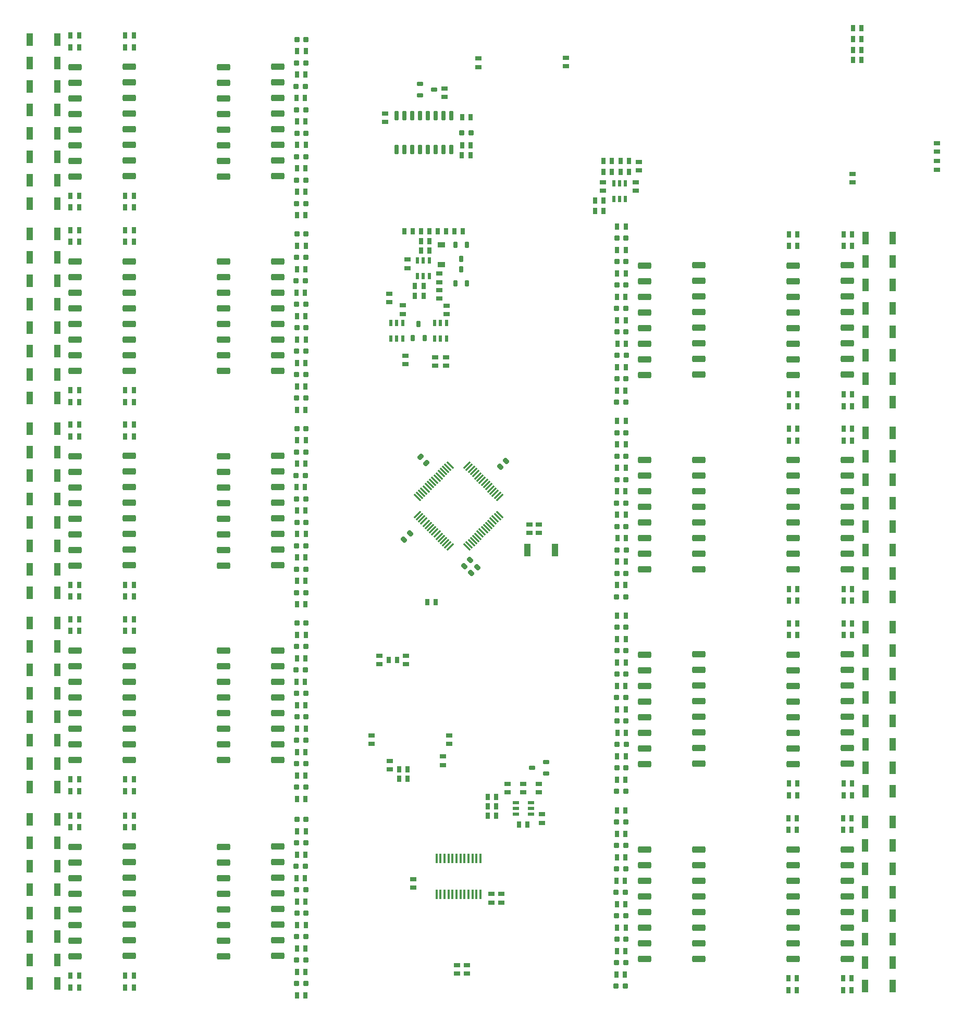
<source format=gtp>
G04*
G04 #@! TF.GenerationSoftware,Altium Limited,Altium Designer,25.8.1 (18)*
G04*
G04 Layer_Color=8421504*
%FSLAX44Y44*%
%MOMM*%
G71*
G04*
G04 #@! TF.SameCoordinates,F625E077-19EE-4E80-AD8A-59A8E9CBE096*
G04*
G04*
G04 #@! TF.FilePolarity,Positive*
G04*
G01*
G75*
G04:AMPARAMS|DCode=29|XSize=0.72mm|YSize=0.99mm|CornerRadius=0.09mm|HoleSize=0mm|Usage=FLASHONLY|Rotation=0.000|XOffset=0mm|YOffset=0mm|HoleType=Round|Shape=RoundedRectangle|*
%AMROUNDEDRECTD29*
21,1,0.7200,0.8100,0,0,0.0*
21,1,0.5400,0.9900,0,0,0.0*
1,1,0.1800,0.2700,-0.4050*
1,1,0.1800,-0.2700,-0.4050*
1,1,0.1800,-0.2700,0.4050*
1,1,0.1800,0.2700,0.4050*
%
%ADD29ROUNDEDRECTD29*%
G04:AMPARAMS|DCode=30|XSize=0.72mm|YSize=0.99mm|CornerRadius=0.09mm|HoleSize=0mm|Usage=FLASHONLY|Rotation=90.000|XOffset=0mm|YOffset=0mm|HoleType=Round|Shape=RoundedRectangle|*
%AMROUNDEDRECTD30*
21,1,0.7200,0.8100,0,0,90.0*
21,1,0.5400,0.9900,0,0,90.0*
1,1,0.1800,0.4050,0.2700*
1,1,0.1800,0.4050,-0.2700*
1,1,0.1800,-0.4050,-0.2700*
1,1,0.1800,-0.4050,0.2700*
%
%ADD30ROUNDEDRECTD30*%
G04:AMPARAMS|DCode=31|XSize=1mm|YSize=0.6mm|CornerRadius=0.075mm|HoleSize=0mm|Usage=FLASHONLY|Rotation=270.000|XOffset=0mm|YOffset=0mm|HoleType=Round|Shape=RoundedRectangle|*
%AMROUNDEDRECTD31*
21,1,1.0000,0.4500,0,0,270.0*
21,1,0.8500,0.6000,0,0,270.0*
1,1,0.1500,-0.2250,-0.4250*
1,1,0.1500,-0.2250,0.4250*
1,1,0.1500,0.2250,0.4250*
1,1,0.1500,0.2250,-0.4250*
%
%ADD31ROUNDEDRECTD31*%
G04:AMPARAMS|DCode=32|XSize=1.2mm|YSize=0.9mm|CornerRadius=0.1125mm|HoleSize=0mm|Usage=FLASHONLY|Rotation=0.000|XOffset=0mm|YOffset=0mm|HoleType=Round|Shape=RoundedRectangle|*
%AMROUNDEDRECTD32*
21,1,1.2000,0.6750,0,0,0.0*
21,1,0.9750,0.9000,0,0,0.0*
1,1,0.2250,0.4875,-0.3375*
1,1,0.2250,-0.4875,-0.3375*
1,1,0.2250,-0.4875,0.3375*
1,1,0.2250,0.4875,0.3375*
%
%ADD32ROUNDEDRECTD32*%
G04:AMPARAMS|DCode=33|XSize=0.3mm|YSize=1.5mm|CornerRadius=0.0375mm|HoleSize=0mm|Usage=FLASHONLY|Rotation=315.000|XOffset=0mm|YOffset=0mm|HoleType=Round|Shape=RoundedRectangle|*
%AMROUNDEDRECTD33*
21,1,0.3000,1.4250,0,0,315.0*
21,1,0.2250,1.5000,0,0,315.0*
1,1,0.0750,-0.4243,-0.5834*
1,1,0.0750,-0.5834,-0.4243*
1,1,0.0750,0.4243,0.5834*
1,1,0.0750,0.5834,0.4243*
%
%ADD33ROUNDEDRECTD33*%
G04:AMPARAMS|DCode=34|XSize=0.3mm|YSize=1.5mm|CornerRadius=0.0375mm|HoleSize=0mm|Usage=FLASHONLY|Rotation=45.000|XOffset=0mm|YOffset=0mm|HoleType=Round|Shape=RoundedRectangle|*
%AMROUNDEDRECTD34*
21,1,0.3000,1.4250,0,0,45.0*
21,1,0.2250,1.5000,0,0,45.0*
1,1,0.0750,0.5834,-0.4243*
1,1,0.0750,0.4243,-0.5834*
1,1,0.0750,-0.5834,0.4243*
1,1,0.0750,-0.4243,0.5834*
%
%ADD34ROUNDEDRECTD34*%
G04:AMPARAMS|DCode=35|XSize=1mm|YSize=0.6mm|CornerRadius=0.075mm|HoleSize=0mm|Usage=FLASHONLY|Rotation=180.000|XOffset=0mm|YOffset=0mm|HoleType=Round|Shape=RoundedRectangle|*
%AMROUNDEDRECTD35*
21,1,1.0000,0.4500,0,0,180.0*
21,1,0.8500,0.6000,0,0,180.0*
1,1,0.1500,-0.4250,0.2250*
1,1,0.1500,0.4250,0.2250*
1,1,0.1500,0.4250,-0.2250*
1,1,0.1500,-0.4250,-0.2250*
%
%ADD35ROUNDEDRECTD35*%
G04:AMPARAMS|DCode=36|XSize=2mm|YSize=1.05mm|CornerRadius=0.05mm|HoleSize=0mm|Usage=FLASHONLY|Rotation=90.000|XOffset=0mm|YOffset=0mm|HoleType=Round|Shape=RoundedRectangle|*
%AMROUNDEDRECTD36*
21,1,2.0000,0.9500,0,0,90.0*
21,1,1.9000,1.0500,0,0,90.0*
1,1,0.1000,0.4750,0.9500*
1,1,0.1000,0.4750,-0.9500*
1,1,0.1000,-0.4750,-0.9500*
1,1,0.1000,-0.4750,0.9500*
%
%ADD36ROUNDEDRECTD36*%
G04:AMPARAMS|DCode=37|XSize=1.45mm|YSize=0.396mm|CornerRadius=0.0495mm|HoleSize=0mm|Usage=FLASHONLY|Rotation=270.000|XOffset=0mm|YOffset=0mm|HoleType=Round|Shape=RoundedRectangle|*
%AMROUNDEDRECTD37*
21,1,1.4500,0.2970,0,0,270.0*
21,1,1.3510,0.3960,0,0,270.0*
1,1,0.0990,-0.1485,-0.6755*
1,1,0.0990,-0.1485,0.6755*
1,1,0.0990,0.1485,0.6755*
1,1,0.0990,0.1485,-0.6755*
%
%ADD37ROUNDEDRECTD37*%
G04:AMPARAMS|DCode=38|XSize=2.2mm|YSize=1.1mm|CornerRadius=0.275mm|HoleSize=0mm|Usage=FLASHONLY|Rotation=0.000|XOffset=0mm|YOffset=0mm|HoleType=Round|Shape=RoundedRectangle|*
%AMROUNDEDRECTD38*
21,1,2.2000,0.5500,0,0,0.0*
21,1,1.6500,1.1000,0,0,0.0*
1,1,0.5500,0.8250,-0.2750*
1,1,0.5500,-0.8250,-0.2750*
1,1,0.5500,-0.8250,0.2750*
1,1,0.5500,0.8250,0.2750*
%
%ADD38ROUNDEDRECTD38*%
G04:AMPARAMS|DCode=39|XSize=0.8mm|YSize=0.8mm|CornerRadius=0.05mm|HoleSize=0mm|Usage=FLASHONLY|Rotation=180.000|XOffset=0mm|YOffset=0mm|HoleType=Round|Shape=RoundedRectangle|*
%AMROUNDEDRECTD39*
21,1,0.8000,0.7000,0,0,180.0*
21,1,0.7000,0.8000,0,0,180.0*
1,1,0.1000,-0.3500,0.3500*
1,1,0.1000,0.3500,0.3500*
1,1,0.1000,0.3500,-0.3500*
1,1,0.1000,-0.3500,-0.3500*
%
%ADD39ROUNDEDRECTD39*%
G04:AMPARAMS|DCode=40|XSize=0.72mm|YSize=0.99mm|CornerRadius=0.09mm|HoleSize=0mm|Usage=FLASHONLY|Rotation=225.000|XOffset=0mm|YOffset=0mm|HoleType=Round|Shape=RoundedRectangle|*
%AMROUNDEDRECTD40*
21,1,0.7200,0.8100,0,0,225.0*
21,1,0.5400,0.9900,0,0,225.0*
1,1,0.1800,-0.4773,0.0955*
1,1,0.1800,-0.0955,0.4773*
1,1,0.1800,0.4773,-0.0955*
1,1,0.1800,0.0955,-0.4773*
%
%ADD40ROUNDEDRECTD40*%
G04:AMPARAMS|DCode=41|XSize=0.72mm|YSize=0.99mm|CornerRadius=0.09mm|HoleSize=0mm|Usage=FLASHONLY|Rotation=135.000|XOffset=0mm|YOffset=0mm|HoleType=Round|Shape=RoundedRectangle|*
%AMROUNDEDRECTD41*
21,1,0.7200,0.8100,0,0,135.0*
21,1,0.5400,0.9900,0,0,135.0*
1,1,0.1800,0.0955,0.4773*
1,1,0.1800,0.4773,0.0955*
1,1,0.1800,-0.0955,-0.4773*
1,1,0.1800,-0.4773,-0.0955*
%
%ADD41ROUNDEDRECTD41*%
G04:AMPARAMS|DCode=42|XSize=1.05mm|YSize=0.55mm|CornerRadius=0.0688mm|HoleSize=0mm|Usage=FLASHONLY|Rotation=90.000|XOffset=0mm|YOffset=0mm|HoleType=Round|Shape=RoundedRectangle|*
%AMROUNDEDRECTD42*
21,1,1.0500,0.4125,0,0,90.0*
21,1,0.9125,0.5500,0,0,90.0*
1,1,0.1375,0.2063,0.4563*
1,1,0.1375,0.2063,-0.4563*
1,1,0.1375,-0.2063,-0.4563*
1,1,0.1375,-0.2063,0.4563*
%
%ADD42ROUNDEDRECTD42*%
G04:AMPARAMS|DCode=43|XSize=0.6mm|YSize=1.45mm|CornerRadius=0.075mm|HoleSize=0mm|Usage=FLASHONLY|Rotation=0.000|XOffset=0mm|YOffset=0mm|HoleType=Round|Shape=RoundedRectangle|*
%AMROUNDEDRECTD43*
21,1,0.6000,1.3000,0,0,0.0*
21,1,0.4500,1.4500,0,0,0.0*
1,1,0.1500,0.2250,-0.6500*
1,1,0.1500,-0.2250,-0.6500*
1,1,0.1500,-0.2250,0.6500*
1,1,0.1500,0.2250,0.6500*
%
%ADD43ROUNDEDRECTD43*%
G04:AMPARAMS|DCode=44|XSize=1.05mm|YSize=0.55mm|CornerRadius=0.0688mm|HoleSize=0mm|Usage=FLASHONLY|Rotation=0.000|XOffset=0mm|YOffset=0mm|HoleType=Round|Shape=RoundedRectangle|*
%AMROUNDEDRECTD44*
21,1,1.0500,0.4125,0,0,0.0*
21,1,0.9125,0.5500,0,0,0.0*
1,1,0.1375,0.4563,-0.2063*
1,1,0.1375,-0.4563,-0.2063*
1,1,0.1375,-0.4563,0.2063*
1,1,0.1375,0.4563,0.2063*
%
%ADD44ROUNDEDRECTD44*%
D29*
X376900Y-553250D02*
D03*
X363100D02*
D03*
X352850Y17750D02*
D03*
X366650D02*
D03*
X352850Y33500D02*
D03*
X366650D02*
D03*
X343350Y-39750D02*
D03*
X357150D02*
D03*
X339900Y49500D02*
D03*
X326100D02*
D03*
X394150Y49250D02*
D03*
X380350D02*
D03*
X407350D02*
D03*
X421150D02*
D03*
X461600Y-870500D02*
D03*
X475400D02*
D03*
X461600Y-885500D02*
D03*
X475400D02*
D03*
X461600Y-900500D02*
D03*
X475400D02*
D03*
X314240Y-647700D02*
D03*
X300440D02*
D03*
X677630Y163630D02*
D03*
X691430D02*
D03*
X663490D02*
D03*
X649690D02*
D03*
X1039069Y-1165260D02*
D03*
X1052869D02*
D03*
X1039069Y-1184310D02*
D03*
X1052869Y-1184310D02*
D03*
X963969Y-1184310D02*
D03*
X950169D02*
D03*
X963969Y-1165260D02*
D03*
X950169D02*
D03*
X963969Y-923960D02*
D03*
X950169D02*
D03*
X963969Y-904910D02*
D03*
X950169D02*
D03*
X1039069D02*
D03*
X1052869D02*
D03*
X1039069Y-923960D02*
D03*
X1052869D02*
D03*
X684568Y-1158911D02*
D03*
X670768D02*
D03*
X685118Y-1120811D02*
D03*
X671318Y-1120811D02*
D03*
X685668Y-1082711D02*
D03*
X671868D02*
D03*
X685118Y-1044611D02*
D03*
X671318D02*
D03*
X684568Y-1006511D02*
D03*
X670768D02*
D03*
X685118Y-968411D02*
D03*
X671318D02*
D03*
X685118Y-930311D02*
D03*
X671318D02*
D03*
X685118Y-892211D02*
D03*
X671318Y-892211D02*
D03*
X-202611Y-919480D02*
D03*
X-216411D02*
D03*
X-202611Y-900430D02*
D03*
X-216411Y-900430D02*
D03*
X-127511D02*
D03*
X-113711D02*
D03*
X-127511Y-919480D02*
D03*
X-113711D02*
D03*
X-127511Y-1160780D02*
D03*
X-113711Y-1160780D02*
D03*
X-127511Y-1179830D02*
D03*
X-113711D02*
D03*
X-202611D02*
D03*
X-216411D02*
D03*
X-202611Y-1160780D02*
D03*
X-216411Y-1160780D02*
D03*
X151890Y-925829D02*
D03*
X165690D02*
D03*
X151340Y-963929D02*
D03*
X165140D02*
D03*
X150790Y-1002029D02*
D03*
X164590D02*
D03*
X151340Y-1040129D02*
D03*
X165140D02*
D03*
X151890Y-1078229D02*
D03*
X165690D02*
D03*
X151340Y-1116329D02*
D03*
X165140Y-1116329D02*
D03*
X151340Y-1154429D02*
D03*
X165140D02*
D03*
X151340Y-1192529D02*
D03*
X165140D02*
D03*
X151460Y75051D02*
D03*
X165260D02*
D03*
X151460Y151251D02*
D03*
X165260Y151251D02*
D03*
X152010Y341751D02*
D03*
X165810D02*
D03*
X151460Y303651D02*
D03*
X165260D02*
D03*
X151460Y227451D02*
D03*
X165260D02*
D03*
X151460Y113151D02*
D03*
X165260D02*
D03*
X152010Y189351D02*
D03*
X165810D02*
D03*
X150910Y265551D02*
D03*
X164710D02*
D03*
X152049Y-290709D02*
D03*
X165849D02*
D03*
X-202491Y50920D02*
D03*
X-216291D02*
D03*
X152010Y-126879D02*
D03*
X165810D02*
D03*
X-202491Y348100D02*
D03*
X-216291Y348100D02*
D03*
X152010Y25521D02*
D03*
X165810D02*
D03*
X150949Y-366909D02*
D03*
X164749D02*
D03*
X-127391Y-209430D02*
D03*
X-113591D02*
D03*
X151460Y-203079D02*
D03*
X165260D02*
D03*
X151499Y-557409D02*
D03*
X165299D02*
D03*
X-127391Y106800D02*
D03*
X-113591D02*
D03*
X151499Y-328809D02*
D03*
X165299D02*
D03*
X151460Y-12579D02*
D03*
X165260Y-12579D02*
D03*
X-127391Y367150D02*
D03*
X-113591D02*
D03*
X151499Y-481209D02*
D03*
X165299D02*
D03*
X-202491Y-209430D02*
D03*
X-216291D02*
D03*
X-202452Y-525660D02*
D03*
X-216252D02*
D03*
X151460Y-164979D02*
D03*
X165260D02*
D03*
X151499Y-519309D02*
D03*
X165299D02*
D03*
X151460Y-88779D02*
D03*
X165260D02*
D03*
X-127391Y50920D02*
D03*
X-113591D02*
D03*
X150910Y-50679D02*
D03*
X164710D02*
D03*
X151499Y-405009D02*
D03*
X165299D02*
D03*
X-202452Y-544710D02*
D03*
X-216252D02*
D03*
X-127391Y-228480D02*
D03*
X-113591D02*
D03*
X-202491D02*
D03*
X-216291D02*
D03*
X-127391Y348100D02*
D03*
X-113591D02*
D03*
X-202491Y106800D02*
D03*
X-216291Y106800D02*
D03*
X-202491Y31870D02*
D03*
X-216291Y31870D02*
D03*
X-202491Y87750D02*
D03*
X-216291D02*
D03*
X152049Y-443109D02*
D03*
X165849Y-443109D02*
D03*
X151460Y-241179D02*
D03*
X165260D02*
D03*
X-202491Y367150D02*
D03*
X-216291D02*
D03*
X-127391Y87750D02*
D03*
X-113591D02*
D03*
X-127391Y31870D02*
D03*
X-113591D02*
D03*
X-202491Y-600590D02*
D03*
X-216291Y-600590D02*
D03*
X-127391Y-841890D02*
D03*
X-113591D02*
D03*
X-127391Y-600590D02*
D03*
X-113591D02*
D03*
X-202491Y-860940D02*
D03*
X-216291D02*
D03*
X685118Y-689611D02*
D03*
X671318D02*
D03*
X685668Y-651511D02*
D03*
X671868D02*
D03*
X-202491Y-841890D02*
D03*
X-216291D02*
D03*
X685668Y-727711D02*
D03*
X671868D02*
D03*
X-127391Y-860940D02*
D03*
X-113591D02*
D03*
X685668Y-803911D02*
D03*
X671868D02*
D03*
X685118Y-842011D02*
D03*
X671318D02*
D03*
X-202491Y-581540D02*
D03*
X-216291D02*
D03*
X685668Y-613411D02*
D03*
X671868D02*
D03*
X685668Y-575311D02*
D03*
X671868D02*
D03*
X-127391Y-581540D02*
D03*
X-113591D02*
D03*
X686218Y-765811D02*
D03*
X672418D02*
D03*
X677630Y145850D02*
D03*
X691430D02*
D03*
X635720Y99060D02*
D03*
X649520D02*
D03*
X343350Y-55750D02*
D03*
X357150D02*
D03*
X635720Y82550D02*
D03*
X649520D02*
D03*
X419820Y234950D02*
D03*
X433620D02*
D03*
X1054820Y327660D02*
D03*
X1068620D02*
D03*
X512530Y-915379D02*
D03*
X526330D02*
D03*
X1054820Y344170D02*
D03*
X1068620D02*
D03*
Y361950D02*
D03*
X1054820D02*
D03*
X331210Y-840810D02*
D03*
X317410D02*
D03*
X433400Y172500D02*
D03*
X419600D02*
D03*
X1068620Y379730D02*
D03*
X1054820D02*
D03*
X352850Y49250D02*
D03*
X366650D02*
D03*
X331210Y-825570D02*
D03*
X317410D02*
D03*
X663490Y145850D02*
D03*
X649690D02*
D03*
X433650Y189000D02*
D03*
X419850D02*
D03*
X1039619Y-532130D02*
D03*
X1053419D02*
D03*
X1039619Y-551180D02*
D03*
X1053419D02*
D03*
X685668Y-487681D02*
D03*
X671868D02*
D03*
X964519Y-290830D02*
D03*
X950719D02*
D03*
X964519Y-234950D02*
D03*
X950719D02*
D03*
X685118Y-209551D02*
D03*
X671318D02*
D03*
X964519Y-215900D02*
D03*
X950719D02*
D03*
X964519Y-551180D02*
D03*
X950719D02*
D03*
X1039619Y-290830D02*
D03*
X1053419D02*
D03*
X964519Y25400D02*
D03*
X950719D02*
D03*
X1039619Y44450D02*
D03*
X1053419D02*
D03*
X1039619Y-215900D02*
D03*
X1053419D02*
D03*
X685118Y-525781D02*
D03*
X671318D02*
D03*
X685668Y-411481D02*
D03*
X671868D02*
D03*
X1039619Y-271780D02*
D03*
X1053419D02*
D03*
X685668Y-297181D02*
D03*
X671868D02*
D03*
X964519Y-588010D02*
D03*
X950719D02*
D03*
X1039619Y-867410D02*
D03*
X1053419D02*
D03*
X1039619Y-848360D02*
D03*
X1053419D02*
D03*
X685668Y-19051D02*
D03*
X671868D02*
D03*
X685668Y-95251D02*
D03*
X671868D02*
D03*
X1039619Y-588010D02*
D03*
X1053419D02*
D03*
X686218Y-133351D02*
D03*
X672418D02*
D03*
X685668Y19049D02*
D03*
X671868D02*
D03*
X686218Y-449581D02*
D03*
X672418D02*
D03*
X1039619Y-607060D02*
D03*
X1053419D02*
D03*
X685118Y-57151D02*
D03*
X671318D02*
D03*
X964519Y44450D02*
D03*
X950719D02*
D03*
X685118Y-373381D02*
D03*
X671318D02*
D03*
X964519Y-867410D02*
D03*
X950719D02*
D03*
X964519Y-532130D02*
D03*
X950719D02*
D03*
X1039619Y-234950D02*
D03*
X1053419D02*
D03*
X964519Y-607060D02*
D03*
X950719D02*
D03*
X964519Y-271780D02*
D03*
X950719D02*
D03*
X685668Y-335281D02*
D03*
X671868D02*
D03*
X964519Y-848360D02*
D03*
X950719D02*
D03*
X685668Y57149D02*
D03*
X671868D02*
D03*
X685668Y-171451D02*
D03*
X671868D02*
D03*
X685668Y-259081D02*
D03*
X671868D02*
D03*
X1039619Y25400D02*
D03*
X1053419D02*
D03*
X-127352Y-544710D02*
D03*
X-113552D02*
D03*
X152010Y-759339D02*
D03*
X165810D02*
D03*
X150910Y-683139D02*
D03*
X164710D02*
D03*
X152010Y-606939D02*
D03*
X165810D02*
D03*
X-202452Y-284360D02*
D03*
X-216252D02*
D03*
X151460Y-721239D02*
D03*
X165260D02*
D03*
X-202452Y-265310D02*
D03*
X-216252D02*
D03*
X151460Y-835539D02*
D03*
X165260D02*
D03*
X-127352Y-265310D02*
D03*
X-113552D02*
D03*
X151460Y-797439D02*
D03*
X165260D02*
D03*
X151460Y-645039D02*
D03*
X165260Y-645039D02*
D03*
X-127352Y-284360D02*
D03*
X-113552D02*
D03*
X-127352Y-525660D02*
D03*
X-113552D02*
D03*
X151460Y-873639D02*
D03*
X165260D02*
D03*
D30*
X383000Y-19600D02*
D03*
Y-33400D02*
D03*
Y-60400D02*
D03*
Y-46600D02*
D03*
X331500Y3150D02*
D03*
Y-10650D02*
D03*
X446000Y329900D02*
D03*
Y316100D02*
D03*
X588500Y331150D02*
D03*
Y317350D02*
D03*
X1054250Y128850D02*
D03*
Y142650D02*
D03*
X273050Y-770340D02*
D03*
Y-784140D02*
D03*
X398780Y-784140D02*
D03*
Y-770340D02*
D03*
X328930Y-654600D02*
D03*
Y-640800D02*
D03*
X285750Y-640800D02*
D03*
Y-654600D02*
D03*
X549910Y-898610D02*
D03*
Y-912410D02*
D03*
X327590Y-167150D02*
D03*
Y-153350D02*
D03*
X394900Y-71520D02*
D03*
Y-85320D02*
D03*
X294640Y240580D02*
D03*
Y226780D02*
D03*
X707390Y161640D02*
D03*
Y147840D02*
D03*
X529250Y-427350D02*
D03*
Y-441150D02*
D03*
X519430Y-849080D02*
D03*
Y-862880D02*
D03*
X648970Y128620D02*
D03*
X648970Y114820D02*
D03*
X483870Y-1041950D02*
D03*
Y-1028150D02*
D03*
X340360Y-1004020D02*
D03*
Y-1017820D02*
D03*
X1191260Y163110D02*
D03*
Y149310D02*
D03*
X494030Y-862880D02*
D03*
Y-849080D02*
D03*
X544790Y-427370D02*
D03*
Y-441170D02*
D03*
X391160Y281220D02*
D03*
Y267420D02*
D03*
X323500Y-71350D02*
D03*
Y-85150D02*
D03*
X427990Y-1157520D02*
D03*
Y-1143720D02*
D03*
X411480Y-1157520D02*
D03*
Y-1143720D02*
D03*
X702310Y128620D02*
D03*
Y114820D02*
D03*
X301750Y-65900D02*
D03*
Y-52100D02*
D03*
X393429Y-169650D02*
D03*
Y-155850D02*
D03*
X302250Y-811850D02*
D03*
Y-825650D02*
D03*
X375649Y-169650D02*
D03*
Y-155850D02*
D03*
X544830Y-862880D02*
D03*
Y-849080D02*
D03*
X467320Y-1041950D02*
D03*
Y-1028150D02*
D03*
X1191260Y178520D02*
D03*
Y192320D02*
D03*
X388620Y-818430D02*
D03*
Y-804630D02*
D03*
D31*
X428000Y27000D02*
D03*
X409000D02*
D03*
X418500Y4000D02*
D03*
X409000Y-35750D02*
D03*
X428000D02*
D03*
X418500Y-12750D02*
D03*
X339720Y-124210D02*
D03*
X358720D02*
D03*
X349220Y-101210D02*
D03*
D32*
X386500Y-5350D02*
D03*
Y27350D02*
D03*
D33*
X427848Y-330688D02*
D03*
X431383Y-334224D02*
D03*
X434919Y-337760D02*
D03*
X438454Y-341295D02*
D03*
X441990Y-344831D02*
D03*
X445525Y-348366D02*
D03*
X449061Y-351902D02*
D03*
X452596Y-355437D02*
D03*
X456132Y-358973D02*
D03*
X459667Y-362508D02*
D03*
X463203Y-366044D02*
D03*
X466738Y-369579D02*
D03*
X470274Y-373115D02*
D03*
X473810Y-376650D02*
D03*
X477345Y-380186D02*
D03*
X480881Y-383722D02*
D03*
X400270Y-464332D02*
D03*
X396735Y-460796D02*
D03*
X393199Y-457261D02*
D03*
X389664Y-453725D02*
D03*
X386128Y-450190D02*
D03*
X382593Y-446654D02*
D03*
X379057Y-443118D02*
D03*
X375522Y-439583D02*
D03*
X371986Y-436047D02*
D03*
X368451Y-432512D02*
D03*
X364915Y-428976D02*
D03*
X361380Y-425441D02*
D03*
X357844Y-421905D02*
D03*
X354308Y-418370D02*
D03*
X350773Y-414834D02*
D03*
X347237Y-411299D02*
D03*
D34*
X480881Y-411298D02*
D03*
X477345Y-414834D02*
D03*
X473810Y-418370D02*
D03*
X470274Y-421905D02*
D03*
X466738Y-425441D02*
D03*
X463203Y-428976D02*
D03*
X459667Y-432512D02*
D03*
X456132Y-436047D02*
D03*
X452596Y-439583D02*
D03*
X449061Y-443118D02*
D03*
X445525Y-446654D02*
D03*
X441990Y-450189D02*
D03*
X438454Y-453725D02*
D03*
X434919Y-457261D02*
D03*
X431383Y-460796D02*
D03*
X427848Y-464332D02*
D03*
X347237Y-383721D02*
D03*
X350773Y-380186D02*
D03*
X354308Y-376650D02*
D03*
X357844Y-373115D02*
D03*
X361380Y-369579D02*
D03*
X364915Y-366044D02*
D03*
X368451Y-362508D02*
D03*
X371986Y-358973D02*
D03*
X375522Y-355437D02*
D03*
X379057Y-351902D02*
D03*
X382593Y-348366D02*
D03*
X386128Y-344831D02*
D03*
X389664Y-341295D02*
D03*
X393199Y-337760D02*
D03*
X396735Y-334224D02*
D03*
X400270Y-330688D02*
D03*
D35*
X556330Y-832460D02*
D03*
Y-813460D02*
D03*
X533330Y-822960D02*
D03*
X351720Y288900D02*
D03*
Y269900D02*
D03*
X374720Y279400D02*
D03*
D36*
X570750Y-468750D02*
D03*
X526250D02*
D03*
X1074519Y-1063660D02*
D03*
X1119019D02*
D03*
X1119019Y-1025560D02*
D03*
X1074519Y-1025560D02*
D03*
X1074519Y-1101760D02*
D03*
X1119019D02*
D03*
X1119019Y-987460D02*
D03*
X1074519Y-987460D02*
D03*
X1074519Y-1139860D02*
D03*
X1119019D02*
D03*
X1119019Y-949360D02*
D03*
X1074519D02*
D03*
X1074519Y-1177960D02*
D03*
X1119019D02*
D03*
X1119019Y-911260D02*
D03*
X1074519D02*
D03*
X-238061Y-1021080D02*
D03*
X-282561Y-1021080D02*
D03*
X-282561Y-1059180D02*
D03*
X-238061D02*
D03*
X-238061Y-982980D02*
D03*
X-282561Y-982980D02*
D03*
X-282561Y-1097280D02*
D03*
X-238061Y-1097280D02*
D03*
X-238061Y-944880D02*
D03*
X-282561D02*
D03*
X-282561Y-1135380D02*
D03*
X-238061Y-1135380D02*
D03*
X-238061Y-906780D02*
D03*
X-282561D02*
D03*
X-282561Y-1173480D02*
D03*
X-238061D02*
D03*
X1075069Y-228600D02*
D03*
X1119569D02*
D03*
X1075069Y-544830D02*
D03*
X1119569D02*
D03*
X1075069Y-861060D02*
D03*
X1119569D02*
D03*
X-237941Y-587890D02*
D03*
X-282441D02*
D03*
X-237902Y-271660D02*
D03*
X-282402D02*
D03*
X-237941Y44570D02*
D03*
X-282441D02*
D03*
X-237941Y360800D02*
D03*
X-282441D02*
D03*
X1119569Y38100D02*
D03*
X1075069D02*
D03*
X1119569Y-278130D02*
D03*
X1075069D02*
D03*
X1119569Y-594360D02*
D03*
X1075069D02*
D03*
X-282441Y-854590D02*
D03*
X-237941D02*
D03*
X-282402Y-538360D02*
D03*
X-237902D02*
D03*
X-282441Y-222130D02*
D03*
X-237941D02*
D03*
X-282441Y94100D02*
D03*
X-237941D02*
D03*
X1075069Y-190500D02*
D03*
X1119569D02*
D03*
X1075069Y-506730D02*
D03*
X1119569D02*
D03*
X1075069Y-822960D02*
D03*
X1119569D02*
D03*
X-237941Y-625990D02*
D03*
X-282441D02*
D03*
X-237902Y-309760D02*
D03*
X-282402D02*
D03*
X-237941Y6470D02*
D03*
X-282441D02*
D03*
X-237941Y322700D02*
D03*
X-282441D02*
D03*
X1119569Y0D02*
D03*
X1075069D02*
D03*
X1119569Y-316230D02*
D03*
X1075069D02*
D03*
X1119569Y-632460D02*
D03*
X1075069D02*
D03*
X-282441Y-816490D02*
D03*
X-237941Y-816490D02*
D03*
X-282402Y-500260D02*
D03*
X-237902D02*
D03*
X-282441Y-184030D02*
D03*
X-237941Y-184030D02*
D03*
X-282441Y132200D02*
D03*
X-237941Y132200D02*
D03*
X1075069Y-152400D02*
D03*
X1119569D02*
D03*
X1075069Y-468630D02*
D03*
X1119569D02*
D03*
X1075069Y-784860D02*
D03*
X1119569D02*
D03*
X-237941Y-664090D02*
D03*
X-282441D02*
D03*
X-237902Y-347860D02*
D03*
X-282402D02*
D03*
X-237941Y-31630D02*
D03*
X-282441D02*
D03*
X-237941Y284600D02*
D03*
X-282441D02*
D03*
X1119569Y-38100D02*
D03*
X1075069D02*
D03*
X1119569Y-354330D02*
D03*
X1075069D02*
D03*
X1119569Y-670560D02*
D03*
X1075069D02*
D03*
X-282441Y-778390D02*
D03*
X-237941Y-778390D02*
D03*
X-282402Y-462160D02*
D03*
X-237902D02*
D03*
X-282441Y-145930D02*
D03*
X-237941Y-145930D02*
D03*
X-282441Y170300D02*
D03*
X-237941Y170300D02*
D03*
X1075069Y-114300D02*
D03*
X1119569D02*
D03*
X1075069Y-430530D02*
D03*
X1119569D02*
D03*
X1075069Y-746760D02*
D03*
X1119569D02*
D03*
X-237941Y-702190D02*
D03*
X-282441D02*
D03*
X-237902Y-385960D02*
D03*
X-282402D02*
D03*
X-237941Y-69730D02*
D03*
X-282441D02*
D03*
X-237941Y246500D02*
D03*
X-282441D02*
D03*
X1119569Y-76200D02*
D03*
X1075069D02*
D03*
X1119569Y-392430D02*
D03*
X1075069D02*
D03*
X1119569Y-708660D02*
D03*
X1075069D02*
D03*
X-282441Y-740290D02*
D03*
X-237941D02*
D03*
X-282402Y-424060D02*
D03*
X-237902D02*
D03*
X-282441Y-107830D02*
D03*
X-237941D02*
D03*
X-282441Y208400D02*
D03*
X-237941D02*
D03*
D37*
X449809Y-1028490D02*
D03*
X443309D02*
D03*
X436809D02*
D03*
X430309D02*
D03*
X423809D02*
D03*
X417309D02*
D03*
X410809D02*
D03*
X404309D02*
D03*
X397809D02*
D03*
X391309D02*
D03*
X384809D02*
D03*
X378309D02*
D03*
Y-970490D02*
D03*
X384809D02*
D03*
X391309D02*
D03*
X397809D02*
D03*
X404309D02*
D03*
X410809D02*
D03*
X417309D02*
D03*
X423809D02*
D03*
X430309D02*
D03*
X436809D02*
D03*
X443309D02*
D03*
X449809D02*
D03*
D38*
X1045519Y-955585D02*
D03*
Y-980985D02*
D03*
Y-1006385D02*
D03*
Y-1031785D02*
D03*
Y-1057185D02*
D03*
Y-1082585D02*
D03*
Y-1107985D02*
D03*
Y-1133385D02*
D03*
X957519Y-1133635D02*
D03*
Y-1108235D02*
D03*
Y-1082835D02*
D03*
Y-1057435D02*
D03*
Y-1032035D02*
D03*
Y-1006635D02*
D03*
Y-981235D02*
D03*
Y-955835D02*
D03*
X804219Y-955585D02*
D03*
Y-980985D02*
D03*
Y-1006385D02*
D03*
Y-1031785D02*
D03*
Y-1057185D02*
D03*
Y-1082585D02*
D03*
Y-1107985D02*
D03*
X804219Y-1133385D02*
D03*
X716219Y-1133635D02*
D03*
Y-1108235D02*
D03*
X716219Y-1082835D02*
D03*
X716219Y-1057435D02*
D03*
Y-1032035D02*
D03*
Y-1006635D02*
D03*
Y-981235D02*
D03*
Y-955835D02*
D03*
X-209061Y-1129155D02*
D03*
X-209061Y-1103755D02*
D03*
X-209061Y-1078355D02*
D03*
Y-1052955D02*
D03*
Y-1027555D02*
D03*
Y-1002155D02*
D03*
Y-976755D02*
D03*
X-209061Y-951355D02*
D03*
X-121061Y-951105D02*
D03*
Y-976505D02*
D03*
Y-1001905D02*
D03*
Y-1027305D02*
D03*
Y-1052705D02*
D03*
Y-1078105D02*
D03*
Y-1103505D02*
D03*
Y-1128905D02*
D03*
X32239Y-1129155D02*
D03*
X32239Y-1103755D02*
D03*
Y-1078355D02*
D03*
X32239Y-1052955D02*
D03*
X32239Y-1027555D02*
D03*
X32239Y-1002155D02*
D03*
X32239Y-976755D02*
D03*
Y-951355D02*
D03*
X120239Y-951105D02*
D03*
Y-976505D02*
D03*
X120239Y-1001905D02*
D03*
X120239Y-1027305D02*
D03*
Y-1052705D02*
D03*
Y-1078105D02*
D03*
Y-1103505D02*
D03*
Y-1128905D02*
D03*
X120359Y138675D02*
D03*
Y214875D02*
D03*
Y240275D02*
D03*
Y189475D02*
D03*
Y265675D02*
D03*
Y291075D02*
D03*
Y164075D02*
D03*
Y316475D02*
D03*
X-208941Y-810265D02*
D03*
X-208941Y-784865D02*
D03*
X-208941Y-759465D02*
D03*
Y-734065D02*
D03*
Y-708665D02*
D03*
Y-683265D02*
D03*
X-208941Y-657865D02*
D03*
X-208941Y-632465D02*
D03*
X-120941Y-632215D02*
D03*
Y-657615D02*
D03*
Y-683015D02*
D03*
Y-708415D02*
D03*
Y-733815D02*
D03*
Y-759215D02*
D03*
Y-784615D02*
D03*
Y-810015D02*
D03*
X-208941Y138425D02*
D03*
X-208941Y163825D02*
D03*
X-208941Y189225D02*
D03*
Y214625D02*
D03*
Y240025D02*
D03*
Y265425D02*
D03*
X-208941Y290825D02*
D03*
X-208941Y316225D02*
D03*
X-120941Y316475D02*
D03*
Y291075D02*
D03*
Y265675D02*
D03*
Y240275D02*
D03*
Y214875D02*
D03*
Y189475D02*
D03*
Y164075D02*
D03*
Y138675D02*
D03*
X32359Y-177805D02*
D03*
Y-152405D02*
D03*
Y-127005D02*
D03*
Y-101605D02*
D03*
Y-76205D02*
D03*
Y-50805D02*
D03*
Y-25405D02*
D03*
Y-5D02*
D03*
X120359Y245D02*
D03*
Y-25155D02*
D03*
Y-50555D02*
D03*
Y-75955D02*
D03*
Y-101355D02*
D03*
Y-126755D02*
D03*
Y-152155D02*
D03*
Y-177555D02*
D03*
X-208902Y-494035D02*
D03*
X-208902Y-468635D02*
D03*
Y-443235D02*
D03*
X-208902Y-417835D02*
D03*
Y-392435D02*
D03*
Y-367035D02*
D03*
X-208902Y-341635D02*
D03*
X-208902Y-316235D02*
D03*
X-120902Y-315985D02*
D03*
Y-341385D02*
D03*
Y-366785D02*
D03*
Y-392185D02*
D03*
Y-417585D02*
D03*
Y-442985D02*
D03*
Y-468385D02*
D03*
Y-493785D02*
D03*
X804769Y-638685D02*
D03*
Y-664085D02*
D03*
Y-689485D02*
D03*
Y-714885D02*
D03*
Y-740285D02*
D03*
Y-765685D02*
D03*
Y-791085D02*
D03*
Y-816485D02*
D03*
X716769Y-816735D02*
D03*
Y-791335D02*
D03*
Y-765935D02*
D03*
Y-740535D02*
D03*
Y-715135D02*
D03*
Y-689735D02*
D03*
Y-664335D02*
D03*
Y-638935D02*
D03*
X1046069Y-638685D02*
D03*
Y-664085D02*
D03*
Y-689485D02*
D03*
Y-714885D02*
D03*
Y-740285D02*
D03*
Y-765685D02*
D03*
Y-791085D02*
D03*
Y-816485D02*
D03*
X958069Y-816735D02*
D03*
Y-791335D02*
D03*
Y-765935D02*
D03*
Y-740535D02*
D03*
Y-715135D02*
D03*
Y-689735D02*
D03*
Y-664335D02*
D03*
Y-638935D02*
D03*
X804769Y-322455D02*
D03*
Y-347855D02*
D03*
Y-373255D02*
D03*
Y-398655D02*
D03*
Y-424055D02*
D03*
Y-449455D02*
D03*
Y-474855D02*
D03*
Y-500255D02*
D03*
X716769Y-500505D02*
D03*
Y-475105D02*
D03*
Y-449705D02*
D03*
Y-424305D02*
D03*
Y-398905D02*
D03*
Y-373505D02*
D03*
Y-348105D02*
D03*
Y-322705D02*
D03*
X1046069Y-322455D02*
D03*
Y-347855D02*
D03*
Y-373255D02*
D03*
Y-398655D02*
D03*
Y-424055D02*
D03*
Y-449455D02*
D03*
Y-474855D02*
D03*
Y-500255D02*
D03*
X958069Y-500505D02*
D03*
Y-475105D02*
D03*
Y-449705D02*
D03*
Y-424305D02*
D03*
Y-398905D02*
D03*
Y-373505D02*
D03*
Y-348105D02*
D03*
Y-322705D02*
D03*
X-208941Y-177805D02*
D03*
X-208941Y-152405D02*
D03*
X-208941Y-127005D02*
D03*
Y-101605D02*
D03*
Y-76205D02*
D03*
Y-50805D02*
D03*
X-208941Y-25405D02*
D03*
X-208941Y-5D02*
D03*
X-120941Y245D02*
D03*
Y-25155D02*
D03*
Y-50555D02*
D03*
Y-75955D02*
D03*
Y-101355D02*
D03*
Y-126755D02*
D03*
Y-152155D02*
D03*
Y-177555D02*
D03*
X32398Y-494035D02*
D03*
Y-468635D02*
D03*
Y-443235D02*
D03*
Y-417835D02*
D03*
Y-392435D02*
D03*
Y-367035D02*
D03*
Y-341635D02*
D03*
Y-316235D02*
D03*
X120398Y-315985D02*
D03*
X120398Y-341385D02*
D03*
X120398Y-366785D02*
D03*
Y-392185D02*
D03*
Y-417585D02*
D03*
X120398Y-442985D02*
D03*
X120398Y-468385D02*
D03*
Y-493785D02*
D03*
X32359Y-810265D02*
D03*
Y-784865D02*
D03*
Y-759465D02*
D03*
Y-734065D02*
D03*
Y-708665D02*
D03*
Y-683265D02*
D03*
Y-657865D02*
D03*
Y-632465D02*
D03*
X120359Y-632215D02*
D03*
Y-657615D02*
D03*
Y-683015D02*
D03*
Y-708415D02*
D03*
Y-733815D02*
D03*
Y-759215D02*
D03*
Y-784615D02*
D03*
Y-810015D02*
D03*
X1046069Y-6225D02*
D03*
Y-31625D02*
D03*
Y-57025D02*
D03*
Y-82425D02*
D03*
Y-107825D02*
D03*
Y-133225D02*
D03*
Y-158625D02*
D03*
Y-184025D02*
D03*
X958069Y-184275D02*
D03*
Y-158875D02*
D03*
Y-133475D02*
D03*
Y-108075D02*
D03*
Y-82675D02*
D03*
Y-57275D02*
D03*
Y-31875D02*
D03*
Y-6475D02*
D03*
X804769Y-6225D02*
D03*
Y-31625D02*
D03*
Y-57025D02*
D03*
Y-82425D02*
D03*
Y-107825D02*
D03*
Y-133225D02*
D03*
Y-158625D02*
D03*
Y-184025D02*
D03*
X716769Y-184275D02*
D03*
Y-158875D02*
D03*
Y-133475D02*
D03*
Y-108075D02*
D03*
Y-82675D02*
D03*
Y-57275D02*
D03*
Y-31875D02*
D03*
Y-6475D02*
D03*
X32359Y138425D02*
D03*
Y163825D02*
D03*
Y189225D02*
D03*
Y214625D02*
D03*
Y240025D02*
D03*
Y265425D02*
D03*
Y290825D02*
D03*
Y316225D02*
D03*
D39*
X685169Y-1177960D02*
D03*
X670169D02*
D03*
X685719Y-1139860D02*
D03*
X670719D02*
D03*
X686269Y-1101760D02*
D03*
X671269Y-1101760D02*
D03*
X685719Y-1063660D02*
D03*
X670719Y-1063660D02*
D03*
X685169Y-1025560D02*
D03*
X670169D02*
D03*
X685719Y-987460D02*
D03*
X670719Y-987460D02*
D03*
X685719Y-949360D02*
D03*
X670719D02*
D03*
X685719Y-911260D02*
D03*
X670719D02*
D03*
X151289Y-906780D02*
D03*
X166289Y-906780D02*
D03*
X150739Y-944880D02*
D03*
X165739Y-944880D02*
D03*
X150189Y-982980D02*
D03*
X165189Y-982980D02*
D03*
X150739Y-1021080D02*
D03*
X165739D02*
D03*
X151289Y-1059180D02*
D03*
X166289D02*
D03*
X150739Y-1097280D02*
D03*
X165739D02*
D03*
X150739Y-1135380D02*
D03*
X165739Y-1135380D02*
D03*
X150739Y-1173480D02*
D03*
X165739Y-1173480D02*
D03*
X419219Y209549D02*
D03*
X434219Y209549D02*
D03*
X150309Y284600D02*
D03*
X150859Y94100D02*
D03*
Y132200D02*
D03*
X151409Y360800D02*
D03*
X150859Y322700D02*
D03*
X150859Y246500D02*
D03*
X150859Y170300D02*
D03*
X151409Y208400D02*
D03*
X685719Y-228600D02*
D03*
X670719D02*
D03*
X685719Y-544830D02*
D03*
X670719D02*
D03*
X685719Y-861060D02*
D03*
X670719D02*
D03*
X151409Y-587890D02*
D03*
X166409D02*
D03*
X151448Y-271660D02*
D03*
X166448D02*
D03*
X151409Y44570D02*
D03*
X166409D02*
D03*
Y360800D02*
D03*
X686269Y-190500D02*
D03*
X671269D02*
D03*
X686269Y-506730D02*
D03*
X671269D02*
D03*
X686269Y-822960D02*
D03*
X671269D02*
D03*
X150859Y-625990D02*
D03*
X165859Y-625990D02*
D03*
X150898Y-309760D02*
D03*
X165898D02*
D03*
X150859Y6470D02*
D03*
X165859Y6470D02*
D03*
Y322700D02*
D03*
X686819Y-152400D02*
D03*
X671819D02*
D03*
X686819Y-468630D02*
D03*
X671819D02*
D03*
X686819Y-784860D02*
D03*
X671819D02*
D03*
X150309Y-664090D02*
D03*
X165309Y-664090D02*
D03*
X150348Y-347860D02*
D03*
X165348Y-347860D02*
D03*
X150309Y-31630D02*
D03*
X165309Y-31630D02*
D03*
Y284600D02*
D03*
X686269Y-114300D02*
D03*
X671269D02*
D03*
X686269Y-430530D02*
D03*
X671269D02*
D03*
X686269Y-746760D02*
D03*
X671269D02*
D03*
X150859Y-702190D02*
D03*
X165859Y-702190D02*
D03*
X150898Y-385960D02*
D03*
X165898Y-385960D02*
D03*
X150859Y-69730D02*
D03*
X165859Y-69730D02*
D03*
Y246500D02*
D03*
X685719Y-76200D02*
D03*
X670719D02*
D03*
X685719Y-392430D02*
D03*
X670719D02*
D03*
X685719Y-708660D02*
D03*
X670719D02*
D03*
X151409Y-740290D02*
D03*
X166409D02*
D03*
X151448Y-424060D02*
D03*
X166448D02*
D03*
X151409Y-107830D02*
D03*
X166409D02*
D03*
Y208400D02*
D03*
X686269Y-38100D02*
D03*
X671269D02*
D03*
X686269Y-354330D02*
D03*
X671269D02*
D03*
X686269Y-670560D02*
D03*
X671269D02*
D03*
X150859Y-778390D02*
D03*
X165859D02*
D03*
X150898Y-462160D02*
D03*
X165898D02*
D03*
X150859Y-145930D02*
D03*
X165859D02*
D03*
Y170300D02*
D03*
X686269Y-0D02*
D03*
X671269D02*
D03*
X686269Y-316230D02*
D03*
X671269D02*
D03*
X686269Y-632460D02*
D03*
X671269D02*
D03*
X150859Y-816490D02*
D03*
X165859D02*
D03*
X150898Y-500260D02*
D03*
X165898D02*
D03*
X150859Y-184030D02*
D03*
X165859D02*
D03*
Y132200D02*
D03*
X686269Y38100D02*
D03*
X671269D02*
D03*
X686269Y-278130D02*
D03*
X671269D02*
D03*
X686269Y-594360D02*
D03*
X671269D02*
D03*
X150859Y-854590D02*
D03*
X165859D02*
D03*
X150898Y-538360D02*
D03*
X165898D02*
D03*
X150859Y-222130D02*
D03*
X165859D02*
D03*
Y94100D02*
D03*
D40*
X423111Y-495099D02*
D03*
X432869Y-485341D02*
D03*
X434541Y-506529D02*
D03*
X444299Y-496771D02*
D03*
X491289Y-324051D02*
D03*
X481531Y-333809D02*
D03*
X325321Y-451919D02*
D03*
X335079Y-442161D02*
D03*
D41*
X351991Y-317701D02*
D03*
X361749Y-327459D02*
D03*
D42*
X375280Y-100210D02*
D03*
X384780Y-100210D02*
D03*
X394280D02*
D03*
Y-125210D02*
D03*
X384780D02*
D03*
X375280Y-125210D02*
D03*
X366500Y-23500D02*
D03*
X357000Y-23500D02*
D03*
X347500D02*
D03*
Y1500D02*
D03*
X357000D02*
D03*
X366500Y1500D02*
D03*
X304160Y-100210D02*
D03*
X313660Y-100210D02*
D03*
X323160D02*
D03*
Y-125210D02*
D03*
X313660D02*
D03*
X304160Y-125210D02*
D03*
X685140Y101800D02*
D03*
X675640Y101800D02*
D03*
X666140D02*
D03*
Y126800D02*
D03*
X675640D02*
D03*
X685140Y126800D02*
D03*
D43*
X313690Y182300D02*
D03*
X326390Y182300D02*
D03*
X339090Y182300D02*
D03*
X351790D02*
D03*
X364490D02*
D03*
X377190D02*
D03*
X389890Y182300D02*
D03*
X402590Y182300D02*
D03*
X313690Y236800D02*
D03*
X326390D02*
D03*
X339090D02*
D03*
X351790D02*
D03*
X364490D02*
D03*
X377190D02*
D03*
X389890D02*
D03*
X402590D02*
D03*
D44*
X531930Y-879500D02*
D03*
Y-889000D02*
D03*
Y-898500D02*
D03*
X506930D02*
D03*
Y-889000D02*
D03*
Y-879500D02*
D03*
M02*

</source>
